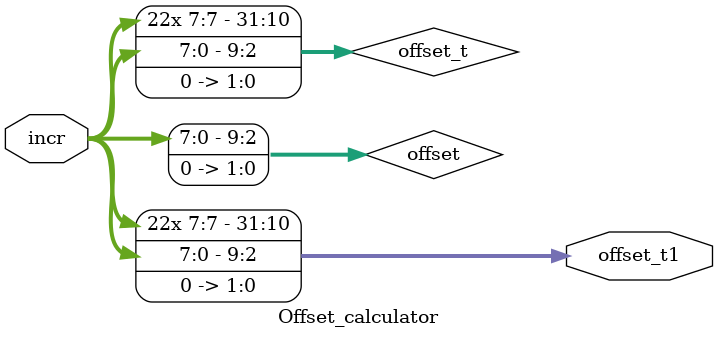
<source format=v>
 `timescale  1ns/100ps
module Offset_calculator(incr,offset_t1);

	input [7:0]incr;
	output [31:0] offset_t1;
	reg [9:0] offset;
	reg [31:0]offset_t =32'b0;
	
	
	always @(*)
	begin
		offset ={incr,2'b00}; //shift left by 2
		offset_t =  $signed(offset) ; //sign extend to 32 bits
	end
	//return calculated offset value
	assign offset_t1=offset_t;
endmodule
</source>
